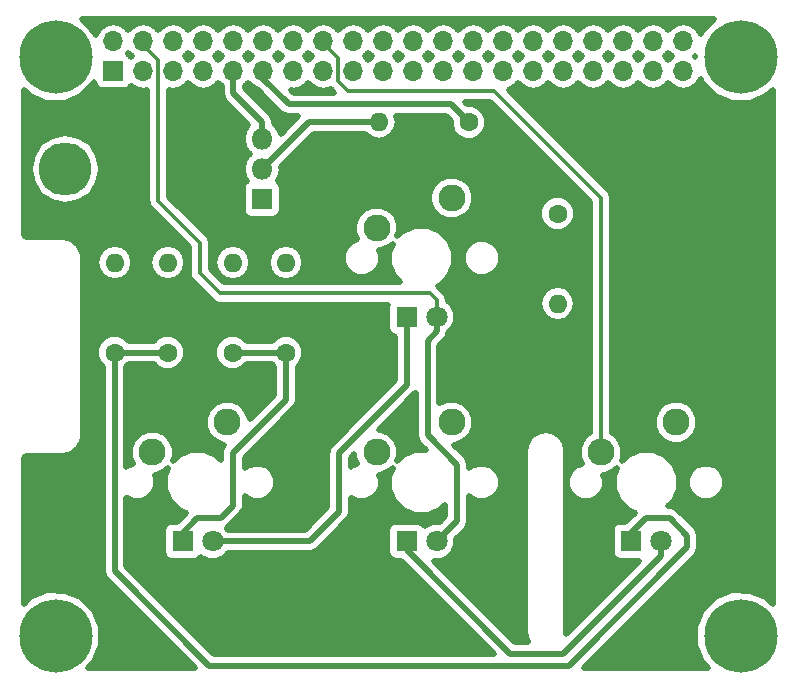
<source format=gbl>
G04 #@! TF.FileFunction,Copper,L2,Bot,Signal*
%FSLAX46Y46*%
G04 Gerber Fmt 4.6, Leading zero omitted, Abs format (unit mm)*
G04 Created by KiCad (PCBNEW 4.0.6) date 07/20/17 19:11:30*
%MOMM*%
%LPD*%
G01*
G04 APERTURE LIST*
%ADD10C,0.100000*%
%ADD11O,4.500000X4.500000*%
%ADD12R,1.800000X1.800000*%
%ADD13O,1.800000X1.800000*%
%ADD14C,6.200000*%
%ADD15C,1.800000*%
%ADD16R,1.700000X1.700000*%
%ADD17O,1.700000X1.700000*%
%ADD18C,2.286000*%
%ADD19C,1.600000*%
%ADD20O,1.600000X1.600000*%
%ADD21C,0.500000*%
%ADD22C,0.375000*%
G04 APERTURE END LIST*
D10*
D11*
X89340000Y-93460000D03*
D12*
X106000000Y-96000000D03*
D13*
X106000000Y-93460000D03*
X106000000Y-90920000D03*
D14*
X88500000Y-133000000D03*
X146500000Y-133000000D03*
X146500000Y-84000000D03*
D12*
X118250000Y-106000000D03*
D15*
X120790000Y-106000000D03*
D12*
X99250000Y-125000000D03*
D15*
X101790000Y-125000000D03*
D12*
X118250000Y-125000000D03*
D15*
X120790000Y-125000000D03*
D12*
X137250000Y-125000000D03*
D15*
X139790000Y-125000000D03*
D16*
X93400000Y-85200000D03*
D17*
X93400000Y-82660000D03*
X95940000Y-85200000D03*
X95940000Y-82660000D03*
X98480000Y-85200000D03*
X98480000Y-82660000D03*
X101020000Y-85200000D03*
X101020000Y-82660000D03*
X103560000Y-85200000D03*
X103560000Y-82660000D03*
X106100000Y-85200000D03*
X106100000Y-82660000D03*
X108640000Y-85200000D03*
X108640000Y-82660000D03*
X111180000Y-85200000D03*
X111180000Y-82660000D03*
X113720000Y-85200000D03*
X113720000Y-82660000D03*
X116260000Y-85200000D03*
X116260000Y-82660000D03*
X118800000Y-85200000D03*
X118800000Y-82660000D03*
X121340000Y-85200000D03*
X121340000Y-82660000D03*
X123880000Y-85200000D03*
X123880000Y-82660000D03*
X126420000Y-85200000D03*
X126420000Y-82660000D03*
X128960000Y-85200000D03*
X128960000Y-82660000D03*
X131500000Y-85200000D03*
X131500000Y-82660000D03*
X134040000Y-85200000D03*
X134040000Y-82660000D03*
X136580000Y-85200000D03*
X136580000Y-82660000D03*
X139120000Y-85200000D03*
X139120000Y-82660000D03*
X141660000Y-85200000D03*
X141660000Y-82660000D03*
D18*
X122040000Y-95920000D03*
X115690000Y-98460000D03*
X103040000Y-114920000D03*
X96690000Y-117460000D03*
X122040000Y-114920000D03*
X115690000Y-117460000D03*
X141040000Y-114920000D03*
X134690000Y-117460000D03*
D14*
X88500000Y-84000000D03*
D19*
X131000000Y-97250000D03*
D20*
X131000000Y-104870000D03*
D19*
X123500000Y-89500000D03*
D20*
X115880000Y-89500000D03*
D19*
X103500000Y-109000000D03*
D20*
X103500000Y-101380000D03*
D19*
X108000000Y-109000000D03*
D20*
X108000000Y-101380000D03*
D19*
X93500000Y-109000000D03*
D20*
X93500000Y-101380000D03*
D19*
X98000000Y-109000000D03*
D20*
X98000000Y-101380000D03*
D21*
X118250000Y-106000000D02*
X118250000Y-111750000D01*
X110000000Y-125000000D02*
X101790000Y-125000000D01*
X112500000Y-122500000D02*
X110000000Y-125000000D01*
X112500000Y-117500000D02*
X112500000Y-122500000D01*
X118250000Y-111750000D02*
X112500000Y-117500000D01*
D22*
X95940000Y-82660000D02*
X95940000Y-82940000D01*
X95940000Y-82940000D02*
X97200000Y-84200000D01*
X120790000Y-104590000D02*
X120790000Y-106000000D01*
X120200000Y-104000000D02*
X120790000Y-104590000D01*
X102400000Y-104000000D02*
X120200000Y-104000000D01*
X100700000Y-102300000D02*
X102400000Y-104000000D01*
X100700000Y-99700000D02*
X100700000Y-102300000D01*
X97200000Y-96200000D02*
X100700000Y-99700000D01*
X97200000Y-84200000D02*
X97200000Y-96200000D01*
D21*
X120790000Y-106000000D02*
X120790000Y-107210000D01*
X122500000Y-123290000D02*
X120790000Y-125000000D01*
X122500000Y-118500000D02*
X122500000Y-123290000D01*
X120000000Y-116000000D02*
X122500000Y-118500000D01*
X120000000Y-108000000D02*
X120000000Y-116000000D01*
X120790000Y-107210000D02*
X120000000Y-108000000D01*
X108000000Y-109000000D02*
X103500000Y-109000000D01*
X99250000Y-125000000D02*
X99250000Y-124250000D01*
X99250000Y-124250000D02*
X100500000Y-123000000D01*
X100500000Y-123000000D02*
X102500000Y-123000000D01*
X102500000Y-123000000D02*
X103500000Y-122000000D01*
X103500000Y-122000000D02*
X103500000Y-117500000D01*
X103500000Y-117500000D02*
X108000000Y-113000000D01*
X108000000Y-113000000D02*
X108000000Y-109000000D01*
X118250000Y-125000000D02*
X118250000Y-125750000D01*
X118250000Y-125750000D02*
X127000000Y-134500000D01*
X127000000Y-134500000D02*
X131500000Y-134500000D01*
X131500000Y-134500000D02*
X139790000Y-126210000D01*
X139790000Y-126210000D02*
X139790000Y-125000000D01*
X93500000Y-109000000D02*
X98000000Y-109000000D01*
X137250000Y-125000000D02*
X137250000Y-124250000D01*
X137250000Y-124250000D02*
X138500000Y-123000000D01*
X138500000Y-123000000D02*
X140500000Y-123000000D01*
X140500000Y-123000000D02*
X142000000Y-124500000D01*
X142000000Y-124500000D02*
X142000000Y-125500000D01*
X142000000Y-125500000D02*
X132000000Y-135500000D01*
X132000000Y-135500000D02*
X101500000Y-135500000D01*
X101500000Y-135500000D02*
X93500000Y-127500000D01*
X93500000Y-127500000D02*
X93500000Y-109000000D01*
X106100000Y-85200000D02*
X106100000Y-85850000D01*
X106100000Y-85850000D02*
X108250000Y-88000000D01*
X122000000Y-88000000D02*
X123500000Y-89500000D01*
X108250000Y-88000000D02*
X122000000Y-88000000D01*
X106100000Y-85200000D02*
X106100000Y-85350000D01*
D22*
X111180000Y-82660000D02*
X111180000Y-82780000D01*
X111180000Y-82780000D02*
X112450000Y-84050000D01*
X112450000Y-84050000D02*
X112450000Y-86050000D01*
X112450000Y-86050000D02*
X113250000Y-86850000D01*
X113250000Y-86850000D02*
X125650000Y-86850000D01*
X125650000Y-86850000D02*
X134690000Y-95890000D01*
X134690000Y-95890000D02*
X134690000Y-117460000D01*
D21*
X115880000Y-89500000D02*
X109960000Y-89500000D01*
X109960000Y-89500000D02*
X106000000Y-93460000D01*
X106000000Y-90920000D02*
X106000000Y-89500000D01*
X103560000Y-87060000D02*
X103560000Y-85200000D01*
X106000000Y-89500000D02*
X103560000Y-87060000D01*
G36*
X143234226Y-86178001D02*
X144316303Y-87261968D01*
X145730828Y-87849330D01*
X147262453Y-87850667D01*
X148678001Y-87265774D01*
X149200000Y-86744685D01*
X149200000Y-130255237D01*
X148683697Y-129738032D01*
X147269172Y-129150670D01*
X145737547Y-129149333D01*
X144321999Y-129734226D01*
X143238032Y-130816303D01*
X142650670Y-132230828D01*
X142649333Y-133762453D01*
X143234226Y-135178001D01*
X143755315Y-135700000D01*
X133214214Y-135700000D01*
X142707107Y-126207107D01*
X142923880Y-125882684D01*
X143000001Y-125500000D01*
X143000000Y-125499995D01*
X143000000Y-124500000D01*
X142923880Y-124117317D01*
X142707107Y-123792893D01*
X141207107Y-122292893D01*
X140882684Y-122076120D01*
X140500000Y-122000000D01*
X140380357Y-122000000D01*
X140824809Y-121556324D01*
X141243422Y-120548190D01*
X141243623Y-120317042D01*
X141978823Y-120317042D01*
X142222032Y-120905652D01*
X142671979Y-121356385D01*
X143260164Y-121600621D01*
X143897042Y-121601177D01*
X144485652Y-121357968D01*
X144936385Y-120908021D01*
X145180621Y-120319836D01*
X145181177Y-119682958D01*
X144937968Y-119094348D01*
X144488021Y-118643615D01*
X143899836Y-118399379D01*
X143262958Y-118398823D01*
X142674348Y-118642032D01*
X142223615Y-119091979D01*
X141979379Y-119680164D01*
X141978823Y-120317042D01*
X141243623Y-120317042D01*
X141244375Y-119456599D01*
X140827521Y-118447736D01*
X140056324Y-117675191D01*
X139048190Y-117256578D01*
X137956599Y-117255625D01*
X136947736Y-117672479D01*
X136441739Y-118177593D01*
X136582671Y-117838193D01*
X136583328Y-117085111D01*
X136295743Y-116389103D01*
X135763698Y-115856129D01*
X135627500Y-115799574D01*
X135627500Y-115294889D01*
X139146672Y-115294889D01*
X139434257Y-115990897D01*
X139966302Y-116523871D01*
X140661807Y-116812671D01*
X141414889Y-116813328D01*
X142110897Y-116525743D01*
X142643871Y-115993698D01*
X142932671Y-115298193D01*
X142933328Y-114545111D01*
X142645743Y-113849103D01*
X142113698Y-113316129D01*
X141418193Y-113027329D01*
X140665111Y-113026672D01*
X139969103Y-113314257D01*
X139436129Y-113846302D01*
X139147329Y-114541807D01*
X139146672Y-115294889D01*
X135627500Y-115294889D01*
X135627500Y-95890005D01*
X135627501Y-95890000D01*
X135556137Y-95531235D01*
X135556137Y-95531234D01*
X135352913Y-95227087D01*
X135352910Y-95227085D01*
X126868049Y-86742223D01*
X127032293Y-86709553D01*
X127551371Y-86362717D01*
X127690000Y-86155244D01*
X127828629Y-86362717D01*
X128347707Y-86709553D01*
X128960000Y-86831346D01*
X129572293Y-86709553D01*
X130091371Y-86362717D01*
X130230000Y-86155244D01*
X130368629Y-86362717D01*
X130887707Y-86709553D01*
X131500000Y-86831346D01*
X132112293Y-86709553D01*
X132631371Y-86362717D01*
X132770000Y-86155244D01*
X132908629Y-86362717D01*
X133427707Y-86709553D01*
X134040000Y-86831346D01*
X134652293Y-86709553D01*
X135171371Y-86362717D01*
X135310000Y-86155244D01*
X135448629Y-86362717D01*
X135967707Y-86709553D01*
X136580000Y-86831346D01*
X137192293Y-86709553D01*
X137711371Y-86362717D01*
X137850000Y-86155244D01*
X137988629Y-86362717D01*
X138507707Y-86709553D01*
X139120000Y-86831346D01*
X139732293Y-86709553D01*
X140251371Y-86362717D01*
X140390000Y-86155244D01*
X140528629Y-86362717D01*
X141047707Y-86709553D01*
X141660000Y-86831346D01*
X142272293Y-86709553D01*
X142791371Y-86362717D01*
X143112171Y-85882605D01*
X143234226Y-86178001D01*
X143234226Y-86178001D01*
G37*
X143234226Y-86178001D02*
X144316303Y-87261968D01*
X145730828Y-87849330D01*
X147262453Y-87850667D01*
X148678001Y-87265774D01*
X149200000Y-86744685D01*
X149200000Y-130255237D01*
X148683697Y-129738032D01*
X147269172Y-129150670D01*
X145737547Y-129149333D01*
X144321999Y-129734226D01*
X143238032Y-130816303D01*
X142650670Y-132230828D01*
X142649333Y-133762453D01*
X143234226Y-135178001D01*
X143755315Y-135700000D01*
X133214214Y-135700000D01*
X142707107Y-126207107D01*
X142923880Y-125882684D01*
X143000001Y-125500000D01*
X143000000Y-125499995D01*
X143000000Y-124500000D01*
X142923880Y-124117317D01*
X142707107Y-123792893D01*
X141207107Y-122292893D01*
X140882684Y-122076120D01*
X140500000Y-122000000D01*
X140380357Y-122000000D01*
X140824809Y-121556324D01*
X141243422Y-120548190D01*
X141243623Y-120317042D01*
X141978823Y-120317042D01*
X142222032Y-120905652D01*
X142671979Y-121356385D01*
X143260164Y-121600621D01*
X143897042Y-121601177D01*
X144485652Y-121357968D01*
X144936385Y-120908021D01*
X145180621Y-120319836D01*
X145181177Y-119682958D01*
X144937968Y-119094348D01*
X144488021Y-118643615D01*
X143899836Y-118399379D01*
X143262958Y-118398823D01*
X142674348Y-118642032D01*
X142223615Y-119091979D01*
X141979379Y-119680164D01*
X141978823Y-120317042D01*
X141243623Y-120317042D01*
X141244375Y-119456599D01*
X140827521Y-118447736D01*
X140056324Y-117675191D01*
X139048190Y-117256578D01*
X137956599Y-117255625D01*
X136947736Y-117672479D01*
X136441739Y-118177593D01*
X136582671Y-117838193D01*
X136583328Y-117085111D01*
X136295743Y-116389103D01*
X135763698Y-115856129D01*
X135627500Y-115799574D01*
X135627500Y-115294889D01*
X139146672Y-115294889D01*
X139434257Y-115990897D01*
X139966302Y-116523871D01*
X140661807Y-116812671D01*
X141414889Y-116813328D01*
X142110897Y-116525743D01*
X142643871Y-115993698D01*
X142932671Y-115298193D01*
X142933328Y-114545111D01*
X142645743Y-113849103D01*
X142113698Y-113316129D01*
X141418193Y-113027329D01*
X140665111Y-113026672D01*
X139969103Y-113314257D01*
X139436129Y-113846302D01*
X139147329Y-114541807D01*
X139146672Y-115294889D01*
X135627500Y-115294889D01*
X135627500Y-95890005D01*
X135627501Y-95890000D01*
X135556137Y-95531235D01*
X135556137Y-95531234D01*
X135352913Y-95227087D01*
X135352910Y-95227085D01*
X126868049Y-86742223D01*
X127032293Y-86709553D01*
X127551371Y-86362717D01*
X127690000Y-86155244D01*
X127828629Y-86362717D01*
X128347707Y-86709553D01*
X128960000Y-86831346D01*
X129572293Y-86709553D01*
X130091371Y-86362717D01*
X130230000Y-86155244D01*
X130368629Y-86362717D01*
X130887707Y-86709553D01*
X131500000Y-86831346D01*
X132112293Y-86709553D01*
X132631371Y-86362717D01*
X132770000Y-86155244D01*
X132908629Y-86362717D01*
X133427707Y-86709553D01*
X134040000Y-86831346D01*
X134652293Y-86709553D01*
X135171371Y-86362717D01*
X135310000Y-86155244D01*
X135448629Y-86362717D01*
X135967707Y-86709553D01*
X136580000Y-86831346D01*
X137192293Y-86709553D01*
X137711371Y-86362717D01*
X137850000Y-86155244D01*
X137988629Y-86362717D01*
X138507707Y-86709553D01*
X139120000Y-86831346D01*
X139732293Y-86709553D01*
X140251371Y-86362717D01*
X140390000Y-86155244D01*
X140528629Y-86362717D01*
X141047707Y-86709553D01*
X141660000Y-86831346D01*
X142272293Y-86709553D01*
X142791371Y-86362717D01*
X143112171Y-85882605D01*
X143234226Y-86178001D01*
G36*
X91837604Y-86327933D02*
X92001862Y-86583198D01*
X92252492Y-86754446D01*
X92550000Y-86814693D01*
X94250000Y-86814693D01*
X94527933Y-86762396D01*
X94783198Y-86598138D01*
X94901606Y-86424842D01*
X95327707Y-86709553D01*
X95940000Y-86831346D01*
X96262500Y-86767197D01*
X96262500Y-96199995D01*
X96262499Y-96200000D01*
X96296484Y-96370849D01*
X96333863Y-96558766D01*
X96339146Y-96566672D01*
X96537087Y-96862913D01*
X99762500Y-100088325D01*
X99762500Y-102299995D01*
X99762499Y-102300000D01*
X99803552Y-102506382D01*
X99833863Y-102658766D01*
X99956549Y-102842379D01*
X100037087Y-102962913D01*
X101737087Y-104662913D01*
X102041234Y-104866137D01*
X102400000Y-104937501D01*
X102400005Y-104937500D01*
X116618214Y-104937500D01*
X116585307Y-105100000D01*
X116585307Y-106900000D01*
X116637604Y-107177933D01*
X116801862Y-107433198D01*
X117052492Y-107604446D01*
X117250000Y-107644442D01*
X117250000Y-111335786D01*
X111792893Y-116792893D01*
X111576120Y-117117316D01*
X111536046Y-117318782D01*
X111500000Y-117500000D01*
X111500000Y-122085786D01*
X109585786Y-124000000D01*
X103123162Y-124000000D01*
X102981358Y-123857948D01*
X103207107Y-123707107D01*
X104207104Y-122707109D01*
X104207107Y-122707107D01*
X104315494Y-122544895D01*
X104423880Y-122382684D01*
X104500001Y-122000000D01*
X104500000Y-121999995D01*
X104500000Y-121184106D01*
X104671979Y-121356385D01*
X105260164Y-121600621D01*
X105897042Y-121601177D01*
X106485652Y-121357968D01*
X106936385Y-120908021D01*
X107180621Y-120319836D01*
X107181177Y-119682958D01*
X106937968Y-119094348D01*
X106488021Y-118643615D01*
X105899836Y-118399379D01*
X105262958Y-118398823D01*
X104674348Y-118642032D01*
X104500000Y-118816076D01*
X104500000Y-117914214D01*
X108707107Y-113707107D01*
X108923880Y-113382684D01*
X109000000Y-113000000D01*
X109000000Y-110191864D01*
X109313260Y-109879151D01*
X109549730Y-109309667D01*
X109550268Y-108693039D01*
X109314792Y-108123143D01*
X108879151Y-107686740D01*
X108309667Y-107450270D01*
X107693039Y-107449732D01*
X107123143Y-107685208D01*
X106807800Y-108000000D01*
X104691864Y-108000000D01*
X104379151Y-107686740D01*
X103809667Y-107450270D01*
X103193039Y-107449732D01*
X102623143Y-107685208D01*
X102186740Y-108120849D01*
X101950270Y-108690333D01*
X101949732Y-109306961D01*
X102185208Y-109876857D01*
X102620849Y-110313260D01*
X103190333Y-110549730D01*
X103806961Y-110550268D01*
X104376857Y-110314792D01*
X104692200Y-110000000D01*
X106808136Y-110000000D01*
X107000000Y-110192200D01*
X107000000Y-112585786D01*
X104933234Y-114652552D01*
X104933328Y-114545111D01*
X104645743Y-113849103D01*
X104113698Y-113316129D01*
X103418193Y-113027329D01*
X102665111Y-113026672D01*
X101969103Y-113314257D01*
X101436129Y-113846302D01*
X101147329Y-114541807D01*
X101146672Y-115294889D01*
X101434257Y-115990897D01*
X101966302Y-116523871D01*
X102661807Y-116812671D01*
X102779609Y-116812774D01*
X102576120Y-117117316D01*
X102536046Y-117318782D01*
X102500000Y-117500000D01*
X102500000Y-118119643D01*
X102056324Y-117675191D01*
X101048190Y-117256578D01*
X99956599Y-117255625D01*
X98947736Y-117672479D01*
X98441739Y-118177593D01*
X98582671Y-117838193D01*
X98583328Y-117085111D01*
X98295743Y-116389103D01*
X97763698Y-115856129D01*
X97068193Y-115567329D01*
X96315111Y-115566672D01*
X95619103Y-115854257D01*
X95086129Y-116386302D01*
X94797329Y-117081807D01*
X94796672Y-117834889D01*
X95040370Y-118424684D01*
X94514348Y-118642032D01*
X94500000Y-118656355D01*
X94500000Y-110191864D01*
X94692200Y-110000000D01*
X96808136Y-110000000D01*
X97120849Y-110313260D01*
X97690333Y-110549730D01*
X98306961Y-110550268D01*
X98876857Y-110314792D01*
X99313260Y-109879151D01*
X99549730Y-109309667D01*
X99550268Y-108693039D01*
X99314792Y-108123143D01*
X98879151Y-107686740D01*
X98309667Y-107450270D01*
X97693039Y-107449732D01*
X97123143Y-107685208D01*
X96807800Y-108000000D01*
X94691864Y-108000000D01*
X94379151Y-107686740D01*
X93809667Y-107450270D01*
X93193039Y-107449732D01*
X92623143Y-107685208D01*
X92186740Y-108120849D01*
X91950270Y-108690333D01*
X91949732Y-109306961D01*
X92185208Y-109876857D01*
X92500000Y-110192200D01*
X92500000Y-127500000D01*
X92576120Y-127882684D01*
X92792893Y-128207107D01*
X100285787Y-135700000D01*
X91244763Y-135700000D01*
X91761968Y-135183697D01*
X92349330Y-133769172D01*
X92350667Y-132237547D01*
X91765774Y-130821999D01*
X90683697Y-129738032D01*
X89269172Y-129150670D01*
X87737547Y-129149333D01*
X86321999Y-129734226D01*
X85800000Y-130255315D01*
X85800000Y-118078791D01*
X85829703Y-117929462D01*
X85869661Y-117869661D01*
X85929462Y-117829703D01*
X86078791Y-117800000D01*
X89000000Y-117800000D01*
X89077281Y-117784628D01*
X89156072Y-117784628D01*
X89538749Y-117708509D01*
X89538755Y-117708509D01*
X89827139Y-117589056D01*
X90151561Y-117372284D01*
X90151564Y-117372283D01*
X90261923Y-117261923D01*
X90372283Y-117151564D01*
X90372284Y-117151561D01*
X90589056Y-116827139D01*
X90708509Y-116538755D01*
X90708509Y-116538750D01*
X90784628Y-116156072D01*
X90784628Y-116077281D01*
X90800000Y-116000000D01*
X90800000Y-101349634D01*
X91950000Y-101349634D01*
X91950000Y-101410366D01*
X92067987Y-102003525D01*
X92403984Y-102506382D01*
X92906841Y-102842379D01*
X93500000Y-102960366D01*
X94093159Y-102842379D01*
X94596016Y-102506382D01*
X94932013Y-102003525D01*
X95050000Y-101410366D01*
X95050000Y-101349634D01*
X96450000Y-101349634D01*
X96450000Y-101410366D01*
X96567987Y-102003525D01*
X96903984Y-102506382D01*
X97406841Y-102842379D01*
X98000000Y-102960366D01*
X98593159Y-102842379D01*
X99096016Y-102506382D01*
X99432013Y-102003525D01*
X99550000Y-101410366D01*
X99550000Y-101349634D01*
X99432013Y-100756475D01*
X99096016Y-100253618D01*
X98593159Y-99917621D01*
X98000000Y-99799634D01*
X97406841Y-99917621D01*
X96903984Y-100253618D01*
X96567987Y-100756475D01*
X96450000Y-101349634D01*
X95050000Y-101349634D01*
X94932013Y-100756475D01*
X94596016Y-100253618D01*
X94093159Y-99917621D01*
X93500000Y-99799634D01*
X92906841Y-99917621D01*
X92403984Y-100253618D01*
X92067987Y-100756475D01*
X91950000Y-101349634D01*
X90800000Y-101349634D01*
X90800000Y-101000000D01*
X90784628Y-100922719D01*
X90784628Y-100843928D01*
X90708509Y-100461250D01*
X90708509Y-100461245D01*
X90589056Y-100172861D01*
X90372283Y-99848437D01*
X90372283Y-99848436D01*
X90261923Y-99738077D01*
X90151564Y-99627717D01*
X90151561Y-99627716D01*
X89827139Y-99410944D01*
X89538755Y-99291491D01*
X89538749Y-99291491D01*
X89156072Y-99215372D01*
X89077281Y-99215372D01*
X89000000Y-99200000D01*
X86078791Y-99200000D01*
X85929462Y-99170297D01*
X85869661Y-99130339D01*
X85829703Y-99070538D01*
X85800000Y-98921209D01*
X85800000Y-93401227D01*
X86340000Y-93401227D01*
X86340000Y-93518773D01*
X86568361Y-94666823D01*
X87218680Y-95640093D01*
X88191950Y-96290412D01*
X89340000Y-96518773D01*
X90488050Y-96290412D01*
X91461320Y-95640093D01*
X92111639Y-94666823D01*
X92340000Y-93518773D01*
X92340000Y-93401227D01*
X92111639Y-92253177D01*
X91461320Y-91279907D01*
X90488050Y-90629588D01*
X89340000Y-90401227D01*
X88191950Y-90629588D01*
X87218680Y-91279907D01*
X86568361Y-92253177D01*
X86340000Y-93401227D01*
X85800000Y-93401227D01*
X85800000Y-86744763D01*
X86316303Y-87261968D01*
X87730828Y-87849330D01*
X89262453Y-87850667D01*
X90678001Y-87265774D01*
X91761968Y-86183697D01*
X91795341Y-86103326D01*
X91837604Y-86327933D01*
X91837604Y-86327933D01*
G37*
X91837604Y-86327933D02*
X92001862Y-86583198D01*
X92252492Y-86754446D01*
X92550000Y-86814693D01*
X94250000Y-86814693D01*
X94527933Y-86762396D01*
X94783198Y-86598138D01*
X94901606Y-86424842D01*
X95327707Y-86709553D01*
X95940000Y-86831346D01*
X96262500Y-86767197D01*
X96262500Y-96199995D01*
X96262499Y-96200000D01*
X96296484Y-96370849D01*
X96333863Y-96558766D01*
X96339146Y-96566672D01*
X96537087Y-96862913D01*
X99762500Y-100088325D01*
X99762500Y-102299995D01*
X99762499Y-102300000D01*
X99803552Y-102506382D01*
X99833863Y-102658766D01*
X99956549Y-102842379D01*
X100037087Y-102962913D01*
X101737087Y-104662913D01*
X102041234Y-104866137D01*
X102400000Y-104937501D01*
X102400005Y-104937500D01*
X116618214Y-104937500D01*
X116585307Y-105100000D01*
X116585307Y-106900000D01*
X116637604Y-107177933D01*
X116801862Y-107433198D01*
X117052492Y-107604446D01*
X117250000Y-107644442D01*
X117250000Y-111335786D01*
X111792893Y-116792893D01*
X111576120Y-117117316D01*
X111536046Y-117318782D01*
X111500000Y-117500000D01*
X111500000Y-122085786D01*
X109585786Y-124000000D01*
X103123162Y-124000000D01*
X102981358Y-123857948D01*
X103207107Y-123707107D01*
X104207104Y-122707109D01*
X104207107Y-122707107D01*
X104315494Y-122544895D01*
X104423880Y-122382684D01*
X104500001Y-122000000D01*
X104500000Y-121999995D01*
X104500000Y-121184106D01*
X104671979Y-121356385D01*
X105260164Y-121600621D01*
X105897042Y-121601177D01*
X106485652Y-121357968D01*
X106936385Y-120908021D01*
X107180621Y-120319836D01*
X107181177Y-119682958D01*
X106937968Y-119094348D01*
X106488021Y-118643615D01*
X105899836Y-118399379D01*
X105262958Y-118398823D01*
X104674348Y-118642032D01*
X104500000Y-118816076D01*
X104500000Y-117914214D01*
X108707107Y-113707107D01*
X108923880Y-113382684D01*
X109000000Y-113000000D01*
X109000000Y-110191864D01*
X109313260Y-109879151D01*
X109549730Y-109309667D01*
X109550268Y-108693039D01*
X109314792Y-108123143D01*
X108879151Y-107686740D01*
X108309667Y-107450270D01*
X107693039Y-107449732D01*
X107123143Y-107685208D01*
X106807800Y-108000000D01*
X104691864Y-108000000D01*
X104379151Y-107686740D01*
X103809667Y-107450270D01*
X103193039Y-107449732D01*
X102623143Y-107685208D01*
X102186740Y-108120849D01*
X101950270Y-108690333D01*
X101949732Y-109306961D01*
X102185208Y-109876857D01*
X102620849Y-110313260D01*
X103190333Y-110549730D01*
X103806961Y-110550268D01*
X104376857Y-110314792D01*
X104692200Y-110000000D01*
X106808136Y-110000000D01*
X107000000Y-110192200D01*
X107000000Y-112585786D01*
X104933234Y-114652552D01*
X104933328Y-114545111D01*
X104645743Y-113849103D01*
X104113698Y-113316129D01*
X103418193Y-113027329D01*
X102665111Y-113026672D01*
X101969103Y-113314257D01*
X101436129Y-113846302D01*
X101147329Y-114541807D01*
X101146672Y-115294889D01*
X101434257Y-115990897D01*
X101966302Y-116523871D01*
X102661807Y-116812671D01*
X102779609Y-116812774D01*
X102576120Y-117117316D01*
X102536046Y-117318782D01*
X102500000Y-117500000D01*
X102500000Y-118119643D01*
X102056324Y-117675191D01*
X101048190Y-117256578D01*
X99956599Y-117255625D01*
X98947736Y-117672479D01*
X98441739Y-118177593D01*
X98582671Y-117838193D01*
X98583328Y-117085111D01*
X98295743Y-116389103D01*
X97763698Y-115856129D01*
X97068193Y-115567329D01*
X96315111Y-115566672D01*
X95619103Y-115854257D01*
X95086129Y-116386302D01*
X94797329Y-117081807D01*
X94796672Y-117834889D01*
X95040370Y-118424684D01*
X94514348Y-118642032D01*
X94500000Y-118656355D01*
X94500000Y-110191864D01*
X94692200Y-110000000D01*
X96808136Y-110000000D01*
X97120849Y-110313260D01*
X97690333Y-110549730D01*
X98306961Y-110550268D01*
X98876857Y-110314792D01*
X99313260Y-109879151D01*
X99549730Y-109309667D01*
X99550268Y-108693039D01*
X99314792Y-108123143D01*
X98879151Y-107686740D01*
X98309667Y-107450270D01*
X97693039Y-107449732D01*
X97123143Y-107685208D01*
X96807800Y-108000000D01*
X94691864Y-108000000D01*
X94379151Y-107686740D01*
X93809667Y-107450270D01*
X93193039Y-107449732D01*
X92623143Y-107685208D01*
X92186740Y-108120849D01*
X91950270Y-108690333D01*
X91949732Y-109306961D01*
X92185208Y-109876857D01*
X92500000Y-110192200D01*
X92500000Y-127500000D01*
X92576120Y-127882684D01*
X92792893Y-128207107D01*
X100285787Y-135700000D01*
X91244763Y-135700000D01*
X91761968Y-135183697D01*
X92349330Y-133769172D01*
X92350667Y-132237547D01*
X91765774Y-130821999D01*
X90683697Y-129738032D01*
X89269172Y-129150670D01*
X87737547Y-129149333D01*
X86321999Y-129734226D01*
X85800000Y-130255315D01*
X85800000Y-118078791D01*
X85829703Y-117929462D01*
X85869661Y-117869661D01*
X85929462Y-117829703D01*
X86078791Y-117800000D01*
X89000000Y-117800000D01*
X89077281Y-117784628D01*
X89156072Y-117784628D01*
X89538749Y-117708509D01*
X89538755Y-117708509D01*
X89827139Y-117589056D01*
X90151561Y-117372284D01*
X90151564Y-117372283D01*
X90261923Y-117261923D01*
X90372283Y-117151564D01*
X90372284Y-117151561D01*
X90589056Y-116827139D01*
X90708509Y-116538755D01*
X90708509Y-116538750D01*
X90784628Y-116156072D01*
X90784628Y-116077281D01*
X90800000Y-116000000D01*
X90800000Y-101349634D01*
X91950000Y-101349634D01*
X91950000Y-101410366D01*
X92067987Y-102003525D01*
X92403984Y-102506382D01*
X92906841Y-102842379D01*
X93500000Y-102960366D01*
X94093159Y-102842379D01*
X94596016Y-102506382D01*
X94932013Y-102003525D01*
X95050000Y-101410366D01*
X95050000Y-101349634D01*
X96450000Y-101349634D01*
X96450000Y-101410366D01*
X96567987Y-102003525D01*
X96903984Y-102506382D01*
X97406841Y-102842379D01*
X98000000Y-102960366D01*
X98593159Y-102842379D01*
X99096016Y-102506382D01*
X99432013Y-102003525D01*
X99550000Y-101410366D01*
X99550000Y-101349634D01*
X99432013Y-100756475D01*
X99096016Y-100253618D01*
X98593159Y-99917621D01*
X98000000Y-99799634D01*
X97406841Y-99917621D01*
X96903984Y-100253618D01*
X96567987Y-100756475D01*
X96450000Y-101349634D01*
X95050000Y-101349634D01*
X94932013Y-100756475D01*
X94596016Y-100253618D01*
X94093159Y-99917621D01*
X93500000Y-99799634D01*
X92906841Y-99917621D01*
X92403984Y-100253618D01*
X92067987Y-100756475D01*
X91950000Y-101349634D01*
X90800000Y-101349634D01*
X90800000Y-101000000D01*
X90784628Y-100922719D01*
X90784628Y-100843928D01*
X90708509Y-100461250D01*
X90708509Y-100461245D01*
X90589056Y-100172861D01*
X90372283Y-99848437D01*
X90372283Y-99848436D01*
X90261923Y-99738077D01*
X90151564Y-99627717D01*
X90151561Y-99627716D01*
X89827139Y-99410944D01*
X89538755Y-99291491D01*
X89538749Y-99291491D01*
X89156072Y-99215372D01*
X89077281Y-99215372D01*
X89000000Y-99200000D01*
X86078791Y-99200000D01*
X85929462Y-99170297D01*
X85869661Y-99130339D01*
X85829703Y-99070538D01*
X85800000Y-98921209D01*
X85800000Y-93401227D01*
X86340000Y-93401227D01*
X86340000Y-93518773D01*
X86568361Y-94666823D01*
X87218680Y-95640093D01*
X88191950Y-96290412D01*
X89340000Y-96518773D01*
X90488050Y-96290412D01*
X91461320Y-95640093D01*
X92111639Y-94666823D01*
X92340000Y-93518773D01*
X92340000Y-93401227D01*
X92111639Y-92253177D01*
X91461320Y-91279907D01*
X90488050Y-90629588D01*
X89340000Y-90401227D01*
X88191950Y-90629588D01*
X87218680Y-91279907D01*
X86568361Y-92253177D01*
X86340000Y-93401227D01*
X85800000Y-93401227D01*
X85800000Y-86744763D01*
X86316303Y-87261968D01*
X87730828Y-87849330D01*
X89262453Y-87850667D01*
X90678001Y-87265774D01*
X91761968Y-86183697D01*
X91795341Y-86103326D01*
X91837604Y-86327933D01*
G36*
X116756578Y-119451810D02*
X116755625Y-120543401D01*
X117172479Y-121552264D01*
X117943676Y-122324809D01*
X118951810Y-122743422D01*
X120043401Y-122744375D01*
X121052264Y-122327521D01*
X121500000Y-121880566D01*
X121500000Y-122875786D01*
X121025581Y-123350205D01*
X120463235Y-123349715D01*
X119856571Y-123600383D01*
X119773261Y-123683547D01*
X119698138Y-123566802D01*
X119447508Y-123395554D01*
X119150000Y-123335307D01*
X117350000Y-123335307D01*
X117072067Y-123387604D01*
X116816802Y-123551862D01*
X116645554Y-123802492D01*
X116585307Y-124100000D01*
X116585307Y-125900000D01*
X116637604Y-126177933D01*
X116801862Y-126433198D01*
X117052492Y-126604446D01*
X117350000Y-126664693D01*
X117750479Y-126664693D01*
X125585786Y-134500000D01*
X101914213Y-134500000D01*
X94500000Y-127085786D01*
X94500000Y-121344385D01*
X94511979Y-121356385D01*
X95100164Y-121600621D01*
X95737042Y-121601177D01*
X96325652Y-121357968D01*
X96776385Y-120908021D01*
X97020621Y-120319836D01*
X97021177Y-119682958D01*
X96884912Y-119353171D01*
X97064889Y-119353328D01*
X97760897Y-119065743D01*
X98027324Y-118799781D01*
X97756578Y-119451810D01*
X97755625Y-120543401D01*
X98172479Y-121552264D01*
X98943676Y-122324809D01*
X99521178Y-122564608D01*
X98750479Y-123335307D01*
X98350000Y-123335307D01*
X98072067Y-123387604D01*
X97816802Y-123551862D01*
X97645554Y-123802492D01*
X97585307Y-124100000D01*
X97585307Y-125900000D01*
X97637604Y-126177933D01*
X97801862Y-126433198D01*
X98052492Y-126604446D01*
X98350000Y-126664693D01*
X100150000Y-126664693D01*
X100427933Y-126612396D01*
X100683198Y-126448138D01*
X100772998Y-126316712D01*
X100854130Y-126397986D01*
X101460355Y-126649713D01*
X102116765Y-126650285D01*
X102723429Y-126399617D01*
X103123744Y-126000000D01*
X110000000Y-126000000D01*
X110382684Y-125923880D01*
X110707107Y-125707107D01*
X113207107Y-123207107D01*
X113423880Y-122882684D01*
X113500000Y-122500000D01*
X113500000Y-121344385D01*
X113511979Y-121356385D01*
X114100164Y-121600621D01*
X114737042Y-121601177D01*
X115325652Y-121357968D01*
X115776385Y-120908021D01*
X116020621Y-120319836D01*
X116021177Y-119682958D01*
X115884912Y-119353171D01*
X116064889Y-119353328D01*
X116760897Y-119065743D01*
X117027324Y-118799781D01*
X116756578Y-119451810D01*
X116756578Y-119451810D01*
G37*
X116756578Y-119451810D02*
X116755625Y-120543401D01*
X117172479Y-121552264D01*
X117943676Y-122324809D01*
X118951810Y-122743422D01*
X120043401Y-122744375D01*
X121052264Y-122327521D01*
X121500000Y-121880566D01*
X121500000Y-122875786D01*
X121025581Y-123350205D01*
X120463235Y-123349715D01*
X119856571Y-123600383D01*
X119773261Y-123683547D01*
X119698138Y-123566802D01*
X119447508Y-123395554D01*
X119150000Y-123335307D01*
X117350000Y-123335307D01*
X117072067Y-123387604D01*
X116816802Y-123551862D01*
X116645554Y-123802492D01*
X116585307Y-124100000D01*
X116585307Y-125900000D01*
X116637604Y-126177933D01*
X116801862Y-126433198D01*
X117052492Y-126604446D01*
X117350000Y-126664693D01*
X117750479Y-126664693D01*
X125585786Y-134500000D01*
X101914213Y-134500000D01*
X94500000Y-127085786D01*
X94500000Y-121344385D01*
X94511979Y-121356385D01*
X95100164Y-121600621D01*
X95737042Y-121601177D01*
X96325652Y-121357968D01*
X96776385Y-120908021D01*
X97020621Y-120319836D01*
X97021177Y-119682958D01*
X96884912Y-119353171D01*
X97064889Y-119353328D01*
X97760897Y-119065743D01*
X98027324Y-118799781D01*
X97756578Y-119451810D01*
X97755625Y-120543401D01*
X98172479Y-121552264D01*
X98943676Y-122324809D01*
X99521178Y-122564608D01*
X98750479Y-123335307D01*
X98350000Y-123335307D01*
X98072067Y-123387604D01*
X97816802Y-123551862D01*
X97645554Y-123802492D01*
X97585307Y-124100000D01*
X97585307Y-125900000D01*
X97637604Y-126177933D01*
X97801862Y-126433198D01*
X98052492Y-126604446D01*
X98350000Y-126664693D01*
X100150000Y-126664693D01*
X100427933Y-126612396D01*
X100683198Y-126448138D01*
X100772998Y-126316712D01*
X100854130Y-126397986D01*
X101460355Y-126649713D01*
X102116765Y-126650285D01*
X102723429Y-126399617D01*
X103123744Y-126000000D01*
X110000000Y-126000000D01*
X110382684Y-125923880D01*
X110707107Y-125707107D01*
X113207107Y-123207107D01*
X113423880Y-122882684D01*
X113500000Y-122500000D01*
X113500000Y-121344385D01*
X113511979Y-121356385D01*
X114100164Y-121600621D01*
X114737042Y-121601177D01*
X115325652Y-121357968D01*
X115776385Y-120908021D01*
X116020621Y-120319836D01*
X116021177Y-119682958D01*
X115884912Y-119353171D01*
X116064889Y-119353328D01*
X116760897Y-119065743D01*
X117027324Y-118799781D01*
X116756578Y-119451810D01*
G36*
X102428629Y-86362717D02*
X102560000Y-86450496D01*
X102560000Y-87060000D01*
X102636120Y-87442684D01*
X102852893Y-87767107D01*
X104822644Y-89736858D01*
X104475599Y-90256247D01*
X104350000Y-90887675D01*
X104350000Y-90952325D01*
X104475599Y-91583753D01*
X104833274Y-92119051D01*
X104939457Y-92190000D01*
X104833274Y-92260949D01*
X104475599Y-92796247D01*
X104350000Y-93427675D01*
X104350000Y-93492325D01*
X104475599Y-94123753D01*
X104703065Y-94464179D01*
X104566802Y-94551862D01*
X104395554Y-94802492D01*
X104335307Y-95100000D01*
X104335307Y-96900000D01*
X104387604Y-97177933D01*
X104551862Y-97433198D01*
X104802492Y-97604446D01*
X105100000Y-97664693D01*
X106900000Y-97664693D01*
X107177933Y-97612396D01*
X107433198Y-97448138D01*
X107604446Y-97197508D01*
X107664693Y-96900000D01*
X107664693Y-96294889D01*
X120146672Y-96294889D01*
X120434257Y-96990897D01*
X120966302Y-97523871D01*
X121661807Y-97812671D01*
X122414889Y-97813328D01*
X123035343Y-97556961D01*
X129449732Y-97556961D01*
X129685208Y-98126857D01*
X130120849Y-98563260D01*
X130690333Y-98799730D01*
X131306961Y-98800268D01*
X131876857Y-98564792D01*
X132313260Y-98129151D01*
X132549730Y-97559667D01*
X132550268Y-96943039D01*
X132314792Y-96373143D01*
X131879151Y-95936740D01*
X131309667Y-95700270D01*
X130693039Y-95699732D01*
X130123143Y-95935208D01*
X129686740Y-96370849D01*
X129450270Y-96940333D01*
X129449732Y-97556961D01*
X123035343Y-97556961D01*
X123110897Y-97525743D01*
X123643871Y-96993698D01*
X123932671Y-96298193D01*
X123933328Y-95545111D01*
X123645743Y-94849103D01*
X123113698Y-94316129D01*
X122418193Y-94027329D01*
X121665111Y-94026672D01*
X120969103Y-94314257D01*
X120436129Y-94846302D01*
X120147329Y-95541807D01*
X120146672Y-96294889D01*
X107664693Y-96294889D01*
X107664693Y-95100000D01*
X107612396Y-94822067D01*
X107448138Y-94566802D01*
X107297252Y-94463706D01*
X107524401Y-94123753D01*
X107650000Y-93492325D01*
X107650000Y-93427675D01*
X107616244Y-93257970D01*
X110374214Y-90500000D01*
X114689462Y-90500000D01*
X114753618Y-90596016D01*
X115256475Y-90932013D01*
X115849634Y-91050000D01*
X115910366Y-91050000D01*
X116503525Y-90932013D01*
X117006382Y-90596016D01*
X117342379Y-90093159D01*
X117460366Y-89500000D01*
X117360910Y-89000000D01*
X121585786Y-89000000D01*
X121950118Y-89364332D01*
X121949732Y-89806961D01*
X122185208Y-90376857D01*
X122620849Y-90813260D01*
X123190333Y-91049730D01*
X123806961Y-91050268D01*
X124376857Y-90814792D01*
X124813260Y-90379151D01*
X125049730Y-89809667D01*
X125050268Y-89193039D01*
X124814792Y-88623143D01*
X124379151Y-88186740D01*
X123809667Y-87950270D01*
X123364095Y-87949881D01*
X123201714Y-87787500D01*
X125261674Y-87787500D01*
X133752500Y-96278325D01*
X133752500Y-115799138D01*
X133619103Y-115854257D01*
X133086129Y-116386302D01*
X132797329Y-117081807D01*
X132796672Y-117834889D01*
X133040370Y-118424684D01*
X132514348Y-118642032D01*
X132063615Y-119091979D01*
X131819379Y-119680164D01*
X131818823Y-120317042D01*
X132062032Y-120905652D01*
X132511979Y-121356385D01*
X133100164Y-121600621D01*
X133737042Y-121601177D01*
X134325652Y-121357968D01*
X134776385Y-120908021D01*
X135020621Y-120319836D01*
X135021177Y-119682958D01*
X134884912Y-119353171D01*
X135064889Y-119353328D01*
X135760897Y-119065743D01*
X136027324Y-118799781D01*
X135756578Y-119451810D01*
X135755625Y-120543401D01*
X136172479Y-121552264D01*
X136943676Y-122324809D01*
X137521178Y-122564608D01*
X136750479Y-123335307D01*
X136350000Y-123335307D01*
X136072067Y-123387604D01*
X135816802Y-123551862D01*
X135645554Y-123802492D01*
X135585307Y-124100000D01*
X135585307Y-125900000D01*
X135637604Y-126177933D01*
X135801862Y-126433198D01*
X136052492Y-126604446D01*
X136350000Y-126664693D01*
X137921094Y-126664693D01*
X131711620Y-132874166D01*
X131750000Y-132681218D01*
X131750000Y-117318782D01*
X131616789Y-116649086D01*
X131237437Y-116081345D01*
X130669696Y-115701993D01*
X130000000Y-115568782D01*
X129330304Y-115701993D01*
X128762563Y-116081345D01*
X128383211Y-116649086D01*
X128250000Y-117318782D01*
X128250000Y-132681218D01*
X128383211Y-133350914D01*
X128482827Y-133500000D01*
X127414214Y-133500000D01*
X120564017Y-126649803D01*
X121116765Y-126650285D01*
X121723429Y-126399617D01*
X122187986Y-125935870D01*
X122439713Y-125329645D01*
X122440206Y-124764008D01*
X123207107Y-123997107D01*
X123343558Y-123792893D01*
X123423880Y-123672683D01*
X123500000Y-123290000D01*
X123500000Y-121184106D01*
X123671979Y-121356385D01*
X124260164Y-121600621D01*
X124897042Y-121601177D01*
X125485652Y-121357968D01*
X125936385Y-120908021D01*
X126180621Y-120319836D01*
X126181177Y-119682958D01*
X125937968Y-119094348D01*
X125488021Y-118643615D01*
X124899836Y-118399379D01*
X124262958Y-118398823D01*
X123674348Y-118642032D01*
X123500000Y-118816076D01*
X123500000Y-118500000D01*
X123423880Y-118117317D01*
X123423880Y-118117316D01*
X123207107Y-117792893D01*
X122227378Y-116813164D01*
X122414889Y-116813328D01*
X123110897Y-116525743D01*
X123643871Y-115993698D01*
X123932671Y-115298193D01*
X123933328Y-114545111D01*
X123645743Y-113849103D01*
X123113698Y-113316129D01*
X122418193Y-113027329D01*
X121665111Y-113026672D01*
X121000000Y-113301491D01*
X121000000Y-108414214D01*
X121497107Y-107917107D01*
X121713880Y-107592684D01*
X121759433Y-107363676D01*
X122187986Y-106935870D01*
X122439713Y-106329645D01*
X122440285Y-105673235D01*
X122189617Y-105066571D01*
X121963076Y-104839634D01*
X129450000Y-104839634D01*
X129450000Y-104900366D01*
X129567987Y-105493525D01*
X129903984Y-105996382D01*
X130406841Y-106332379D01*
X131000000Y-106450366D01*
X131593159Y-106332379D01*
X132096016Y-105996382D01*
X132432013Y-105493525D01*
X132550000Y-104900366D01*
X132550000Y-104839634D01*
X132432013Y-104246475D01*
X132096016Y-103743618D01*
X131593159Y-103407621D01*
X131000000Y-103289634D01*
X130406841Y-103407621D01*
X129903984Y-103743618D01*
X129567987Y-104246475D01*
X129450000Y-104839634D01*
X121963076Y-104839634D01*
X121727500Y-104603647D01*
X121727500Y-104590005D01*
X121727501Y-104590000D01*
X121667977Y-104290758D01*
X121656137Y-104231234D01*
X121452913Y-103927087D01*
X120911507Y-103385681D01*
X121052264Y-103327521D01*
X121824809Y-102556324D01*
X122243422Y-101548190D01*
X122243623Y-101317042D01*
X122978823Y-101317042D01*
X123222032Y-101905652D01*
X123671979Y-102356385D01*
X124260164Y-102600621D01*
X124897042Y-102601177D01*
X125485652Y-102357968D01*
X125936385Y-101908021D01*
X126180621Y-101319836D01*
X126181177Y-100682958D01*
X125937968Y-100094348D01*
X125488021Y-99643615D01*
X124899836Y-99399379D01*
X124262958Y-99398823D01*
X123674348Y-99642032D01*
X123223615Y-100091979D01*
X122979379Y-100680164D01*
X122978823Y-101317042D01*
X122243623Y-101317042D01*
X122244375Y-100456599D01*
X121827521Y-99447736D01*
X121056324Y-98675191D01*
X120048190Y-98256578D01*
X118956599Y-98255625D01*
X117947736Y-98672479D01*
X117441739Y-99177593D01*
X117582671Y-98838193D01*
X117583328Y-98085111D01*
X117295743Y-97389103D01*
X116763698Y-96856129D01*
X116068193Y-96567329D01*
X115315111Y-96566672D01*
X114619103Y-96854257D01*
X114086129Y-97386302D01*
X113797329Y-98081807D01*
X113796672Y-98834889D01*
X114040370Y-99424684D01*
X113514348Y-99642032D01*
X113063615Y-100091979D01*
X112819379Y-100680164D01*
X112818823Y-101317042D01*
X113062032Y-101905652D01*
X113511979Y-102356385D01*
X114100164Y-102600621D01*
X114737042Y-102601177D01*
X115325652Y-102357968D01*
X115776385Y-101908021D01*
X116020621Y-101319836D01*
X116021177Y-100682958D01*
X115884912Y-100353171D01*
X116064889Y-100353328D01*
X116760897Y-100065743D01*
X117027324Y-99799781D01*
X116756578Y-100451810D01*
X116755625Y-101543401D01*
X117172479Y-102552264D01*
X117681825Y-103062500D01*
X102788326Y-103062500D01*
X101637500Y-101911674D01*
X101637500Y-101349634D01*
X101950000Y-101349634D01*
X101950000Y-101410366D01*
X102067987Y-102003525D01*
X102403984Y-102506382D01*
X102906841Y-102842379D01*
X103500000Y-102960366D01*
X104093159Y-102842379D01*
X104596016Y-102506382D01*
X104932013Y-102003525D01*
X105050000Y-101410366D01*
X105050000Y-101349634D01*
X106450000Y-101349634D01*
X106450000Y-101410366D01*
X106567987Y-102003525D01*
X106903984Y-102506382D01*
X107406841Y-102842379D01*
X108000000Y-102960366D01*
X108593159Y-102842379D01*
X109096016Y-102506382D01*
X109432013Y-102003525D01*
X109550000Y-101410366D01*
X109550000Y-101349634D01*
X109432013Y-100756475D01*
X109096016Y-100253618D01*
X108593159Y-99917621D01*
X108000000Y-99799634D01*
X107406841Y-99917621D01*
X106903984Y-100253618D01*
X106567987Y-100756475D01*
X106450000Y-101349634D01*
X105050000Y-101349634D01*
X104932013Y-100756475D01*
X104596016Y-100253618D01*
X104093159Y-99917621D01*
X103500000Y-99799634D01*
X102906841Y-99917621D01*
X102403984Y-100253618D01*
X102067987Y-100756475D01*
X101950000Y-101349634D01*
X101637500Y-101349634D01*
X101637500Y-99700000D01*
X101566137Y-99341234D01*
X101362913Y-99037087D01*
X101362910Y-99037085D01*
X98137500Y-95811674D01*
X98137500Y-86763218D01*
X98480000Y-86831346D01*
X99092293Y-86709553D01*
X99611371Y-86362717D01*
X99750000Y-86155244D01*
X99888629Y-86362717D01*
X100407707Y-86709553D01*
X101020000Y-86831346D01*
X101632293Y-86709553D01*
X102151371Y-86362717D01*
X102290000Y-86155244D01*
X102428629Y-86362717D01*
X102428629Y-86362717D01*
G37*
X102428629Y-86362717D02*
X102560000Y-86450496D01*
X102560000Y-87060000D01*
X102636120Y-87442684D01*
X102852893Y-87767107D01*
X104822644Y-89736858D01*
X104475599Y-90256247D01*
X104350000Y-90887675D01*
X104350000Y-90952325D01*
X104475599Y-91583753D01*
X104833274Y-92119051D01*
X104939457Y-92190000D01*
X104833274Y-92260949D01*
X104475599Y-92796247D01*
X104350000Y-93427675D01*
X104350000Y-93492325D01*
X104475599Y-94123753D01*
X104703065Y-94464179D01*
X104566802Y-94551862D01*
X104395554Y-94802492D01*
X104335307Y-95100000D01*
X104335307Y-96900000D01*
X104387604Y-97177933D01*
X104551862Y-97433198D01*
X104802492Y-97604446D01*
X105100000Y-97664693D01*
X106900000Y-97664693D01*
X107177933Y-97612396D01*
X107433198Y-97448138D01*
X107604446Y-97197508D01*
X107664693Y-96900000D01*
X107664693Y-96294889D01*
X120146672Y-96294889D01*
X120434257Y-96990897D01*
X120966302Y-97523871D01*
X121661807Y-97812671D01*
X122414889Y-97813328D01*
X123035343Y-97556961D01*
X129449732Y-97556961D01*
X129685208Y-98126857D01*
X130120849Y-98563260D01*
X130690333Y-98799730D01*
X131306961Y-98800268D01*
X131876857Y-98564792D01*
X132313260Y-98129151D01*
X132549730Y-97559667D01*
X132550268Y-96943039D01*
X132314792Y-96373143D01*
X131879151Y-95936740D01*
X131309667Y-95700270D01*
X130693039Y-95699732D01*
X130123143Y-95935208D01*
X129686740Y-96370849D01*
X129450270Y-96940333D01*
X129449732Y-97556961D01*
X123035343Y-97556961D01*
X123110897Y-97525743D01*
X123643871Y-96993698D01*
X123932671Y-96298193D01*
X123933328Y-95545111D01*
X123645743Y-94849103D01*
X123113698Y-94316129D01*
X122418193Y-94027329D01*
X121665111Y-94026672D01*
X120969103Y-94314257D01*
X120436129Y-94846302D01*
X120147329Y-95541807D01*
X120146672Y-96294889D01*
X107664693Y-96294889D01*
X107664693Y-95100000D01*
X107612396Y-94822067D01*
X107448138Y-94566802D01*
X107297252Y-94463706D01*
X107524401Y-94123753D01*
X107650000Y-93492325D01*
X107650000Y-93427675D01*
X107616244Y-93257970D01*
X110374214Y-90500000D01*
X114689462Y-90500000D01*
X114753618Y-90596016D01*
X115256475Y-90932013D01*
X115849634Y-91050000D01*
X115910366Y-91050000D01*
X116503525Y-90932013D01*
X117006382Y-90596016D01*
X117342379Y-90093159D01*
X117460366Y-89500000D01*
X117360910Y-89000000D01*
X121585786Y-89000000D01*
X121950118Y-89364332D01*
X121949732Y-89806961D01*
X122185208Y-90376857D01*
X122620849Y-90813260D01*
X123190333Y-91049730D01*
X123806961Y-91050268D01*
X124376857Y-90814792D01*
X124813260Y-90379151D01*
X125049730Y-89809667D01*
X125050268Y-89193039D01*
X124814792Y-88623143D01*
X124379151Y-88186740D01*
X123809667Y-87950270D01*
X123364095Y-87949881D01*
X123201714Y-87787500D01*
X125261674Y-87787500D01*
X133752500Y-96278325D01*
X133752500Y-115799138D01*
X133619103Y-115854257D01*
X133086129Y-116386302D01*
X132797329Y-117081807D01*
X132796672Y-117834889D01*
X133040370Y-118424684D01*
X132514348Y-118642032D01*
X132063615Y-119091979D01*
X131819379Y-119680164D01*
X131818823Y-120317042D01*
X132062032Y-120905652D01*
X132511979Y-121356385D01*
X133100164Y-121600621D01*
X133737042Y-121601177D01*
X134325652Y-121357968D01*
X134776385Y-120908021D01*
X135020621Y-120319836D01*
X135021177Y-119682958D01*
X134884912Y-119353171D01*
X135064889Y-119353328D01*
X135760897Y-119065743D01*
X136027324Y-118799781D01*
X135756578Y-119451810D01*
X135755625Y-120543401D01*
X136172479Y-121552264D01*
X136943676Y-122324809D01*
X137521178Y-122564608D01*
X136750479Y-123335307D01*
X136350000Y-123335307D01*
X136072067Y-123387604D01*
X135816802Y-123551862D01*
X135645554Y-123802492D01*
X135585307Y-124100000D01*
X135585307Y-125900000D01*
X135637604Y-126177933D01*
X135801862Y-126433198D01*
X136052492Y-126604446D01*
X136350000Y-126664693D01*
X137921094Y-126664693D01*
X131711620Y-132874166D01*
X131750000Y-132681218D01*
X131750000Y-117318782D01*
X131616789Y-116649086D01*
X131237437Y-116081345D01*
X130669696Y-115701993D01*
X130000000Y-115568782D01*
X129330304Y-115701993D01*
X128762563Y-116081345D01*
X128383211Y-116649086D01*
X128250000Y-117318782D01*
X128250000Y-132681218D01*
X128383211Y-133350914D01*
X128482827Y-133500000D01*
X127414214Y-133500000D01*
X120564017Y-126649803D01*
X121116765Y-126650285D01*
X121723429Y-126399617D01*
X122187986Y-125935870D01*
X122439713Y-125329645D01*
X122440206Y-124764008D01*
X123207107Y-123997107D01*
X123343558Y-123792893D01*
X123423880Y-123672683D01*
X123500000Y-123290000D01*
X123500000Y-121184106D01*
X123671979Y-121356385D01*
X124260164Y-121600621D01*
X124897042Y-121601177D01*
X125485652Y-121357968D01*
X125936385Y-120908021D01*
X126180621Y-120319836D01*
X126181177Y-119682958D01*
X125937968Y-119094348D01*
X125488021Y-118643615D01*
X124899836Y-118399379D01*
X124262958Y-118398823D01*
X123674348Y-118642032D01*
X123500000Y-118816076D01*
X123500000Y-118500000D01*
X123423880Y-118117317D01*
X123423880Y-118117316D01*
X123207107Y-117792893D01*
X122227378Y-116813164D01*
X122414889Y-116813328D01*
X123110897Y-116525743D01*
X123643871Y-115993698D01*
X123932671Y-115298193D01*
X123933328Y-114545111D01*
X123645743Y-113849103D01*
X123113698Y-113316129D01*
X122418193Y-113027329D01*
X121665111Y-113026672D01*
X121000000Y-113301491D01*
X121000000Y-108414214D01*
X121497107Y-107917107D01*
X121713880Y-107592684D01*
X121759433Y-107363676D01*
X122187986Y-106935870D01*
X122439713Y-106329645D01*
X122440285Y-105673235D01*
X122189617Y-105066571D01*
X121963076Y-104839634D01*
X129450000Y-104839634D01*
X129450000Y-104900366D01*
X129567987Y-105493525D01*
X129903984Y-105996382D01*
X130406841Y-106332379D01*
X131000000Y-106450366D01*
X131593159Y-106332379D01*
X132096016Y-105996382D01*
X132432013Y-105493525D01*
X132550000Y-104900366D01*
X132550000Y-104839634D01*
X132432013Y-104246475D01*
X132096016Y-103743618D01*
X131593159Y-103407621D01*
X131000000Y-103289634D01*
X130406841Y-103407621D01*
X129903984Y-103743618D01*
X129567987Y-104246475D01*
X129450000Y-104839634D01*
X121963076Y-104839634D01*
X121727500Y-104603647D01*
X121727500Y-104590005D01*
X121727501Y-104590000D01*
X121667977Y-104290758D01*
X121656137Y-104231234D01*
X121452913Y-103927087D01*
X120911507Y-103385681D01*
X121052264Y-103327521D01*
X121824809Y-102556324D01*
X122243422Y-101548190D01*
X122243623Y-101317042D01*
X122978823Y-101317042D01*
X123222032Y-101905652D01*
X123671979Y-102356385D01*
X124260164Y-102600621D01*
X124897042Y-102601177D01*
X125485652Y-102357968D01*
X125936385Y-101908021D01*
X126180621Y-101319836D01*
X126181177Y-100682958D01*
X125937968Y-100094348D01*
X125488021Y-99643615D01*
X124899836Y-99399379D01*
X124262958Y-99398823D01*
X123674348Y-99642032D01*
X123223615Y-100091979D01*
X122979379Y-100680164D01*
X122978823Y-101317042D01*
X122243623Y-101317042D01*
X122244375Y-100456599D01*
X121827521Y-99447736D01*
X121056324Y-98675191D01*
X120048190Y-98256578D01*
X118956599Y-98255625D01*
X117947736Y-98672479D01*
X117441739Y-99177593D01*
X117582671Y-98838193D01*
X117583328Y-98085111D01*
X117295743Y-97389103D01*
X116763698Y-96856129D01*
X116068193Y-96567329D01*
X115315111Y-96566672D01*
X114619103Y-96854257D01*
X114086129Y-97386302D01*
X113797329Y-98081807D01*
X113796672Y-98834889D01*
X114040370Y-99424684D01*
X113514348Y-99642032D01*
X113063615Y-100091979D01*
X112819379Y-100680164D01*
X112818823Y-101317042D01*
X113062032Y-101905652D01*
X113511979Y-102356385D01*
X114100164Y-102600621D01*
X114737042Y-102601177D01*
X115325652Y-102357968D01*
X115776385Y-101908021D01*
X116020621Y-101319836D01*
X116021177Y-100682958D01*
X115884912Y-100353171D01*
X116064889Y-100353328D01*
X116760897Y-100065743D01*
X117027324Y-99799781D01*
X116756578Y-100451810D01*
X116755625Y-101543401D01*
X117172479Y-102552264D01*
X117681825Y-103062500D01*
X102788326Y-103062500D01*
X101637500Y-101911674D01*
X101637500Y-101349634D01*
X101950000Y-101349634D01*
X101950000Y-101410366D01*
X102067987Y-102003525D01*
X102403984Y-102506382D01*
X102906841Y-102842379D01*
X103500000Y-102960366D01*
X104093159Y-102842379D01*
X104596016Y-102506382D01*
X104932013Y-102003525D01*
X105050000Y-101410366D01*
X105050000Y-101349634D01*
X106450000Y-101349634D01*
X106450000Y-101410366D01*
X106567987Y-102003525D01*
X106903984Y-102506382D01*
X107406841Y-102842379D01*
X108000000Y-102960366D01*
X108593159Y-102842379D01*
X109096016Y-102506382D01*
X109432013Y-102003525D01*
X109550000Y-101410366D01*
X109550000Y-101349634D01*
X109432013Y-100756475D01*
X109096016Y-100253618D01*
X108593159Y-99917621D01*
X108000000Y-99799634D01*
X107406841Y-99917621D01*
X106903984Y-100253618D01*
X106567987Y-100756475D01*
X106450000Y-101349634D01*
X105050000Y-101349634D01*
X104932013Y-100756475D01*
X104596016Y-100253618D01*
X104093159Y-99917621D01*
X103500000Y-99799634D01*
X102906841Y-99917621D01*
X102403984Y-100253618D01*
X102067987Y-100756475D01*
X101950000Y-101349634D01*
X101637500Y-101349634D01*
X101637500Y-99700000D01*
X101566137Y-99341234D01*
X101362913Y-99037087D01*
X101362910Y-99037085D01*
X98137500Y-95811674D01*
X98137500Y-86763218D01*
X98480000Y-86831346D01*
X99092293Y-86709553D01*
X99611371Y-86362717D01*
X99750000Y-86155244D01*
X99888629Y-86362717D01*
X100407707Y-86709553D01*
X101020000Y-86831346D01*
X101632293Y-86709553D01*
X102151371Y-86362717D01*
X102290000Y-86155244D01*
X102428629Y-86362717D01*
G36*
X113796672Y-117834889D02*
X114040370Y-118424684D01*
X113514348Y-118642032D01*
X113500000Y-118656355D01*
X113500000Y-117914214D01*
X113796862Y-117617352D01*
X113796672Y-117834889D01*
X113796672Y-117834889D01*
G37*
X113796672Y-117834889D02*
X114040370Y-118424684D01*
X113514348Y-118642032D01*
X113500000Y-118656355D01*
X113500000Y-117914214D01*
X113796862Y-117617352D01*
X113796672Y-117834889D01*
G36*
X119000000Y-116000000D02*
X119076120Y-116382684D01*
X119292893Y-116707107D01*
X119842184Y-117256398D01*
X118956599Y-117255625D01*
X117947736Y-117672479D01*
X117441739Y-118177593D01*
X117582671Y-117838193D01*
X117583328Y-117085111D01*
X117295743Y-116389103D01*
X116763698Y-115856129D01*
X116068193Y-115567329D01*
X115847078Y-115567136D01*
X118957107Y-112457107D01*
X119000000Y-112392913D01*
X119000000Y-116000000D01*
X119000000Y-116000000D01*
G37*
X119000000Y-116000000D02*
X119076120Y-116382684D01*
X119292893Y-116707107D01*
X119842184Y-117256398D01*
X118956599Y-117255625D01*
X117947736Y-117672479D01*
X117441739Y-118177593D01*
X117582671Y-117838193D01*
X117583328Y-117085111D01*
X117295743Y-116389103D01*
X116763698Y-115856129D01*
X116068193Y-115567329D01*
X115847078Y-115567136D01*
X118957107Y-112457107D01*
X119000000Y-112392913D01*
X119000000Y-116000000D01*
G36*
X104968629Y-86362717D02*
X105487707Y-86709553D01*
X105559649Y-86723863D01*
X107542893Y-88707107D01*
X107867317Y-88923880D01*
X108250000Y-89000000D01*
X109045786Y-89000000D01*
X107568390Y-90477396D01*
X107524401Y-90256247D01*
X107166726Y-89720949D01*
X107000000Y-89609546D01*
X107000000Y-89500000D01*
X106923880Y-89117317D01*
X106707107Y-88792893D01*
X104560000Y-86645786D01*
X104560000Y-86450496D01*
X104691371Y-86362717D01*
X104830000Y-86155244D01*
X104968629Y-86362717D01*
X104968629Y-86362717D01*
G37*
X104968629Y-86362717D02*
X105487707Y-86709553D01*
X105559649Y-86723863D01*
X107542893Y-88707107D01*
X107867317Y-88923880D01*
X108250000Y-89000000D01*
X109045786Y-89000000D01*
X107568390Y-90477396D01*
X107524401Y-90256247D01*
X107166726Y-89720949D01*
X107000000Y-89609546D01*
X107000000Y-89500000D01*
X106923880Y-89117317D01*
X106707107Y-88792893D01*
X104560000Y-86645786D01*
X104560000Y-86450496D01*
X104691371Y-86362717D01*
X104830000Y-86155244D01*
X104968629Y-86362717D01*
G36*
X110048629Y-86362717D02*
X110567707Y-86709553D01*
X111180000Y-86831346D01*
X111785716Y-86710861D01*
X111787087Y-86712913D01*
X112074174Y-87000000D01*
X108664214Y-87000000D01*
X108459695Y-86795481D01*
X108640000Y-86831346D01*
X109252293Y-86709553D01*
X109771371Y-86362717D01*
X109910000Y-86155244D01*
X110048629Y-86362717D01*
X110048629Y-86362717D01*
G37*
X110048629Y-86362717D02*
X110567707Y-86709553D01*
X111180000Y-86831346D01*
X111785716Y-86710861D01*
X111787087Y-86712913D01*
X112074174Y-87000000D01*
X108664214Y-87000000D01*
X108459695Y-86795481D01*
X108640000Y-86831346D01*
X109252293Y-86709553D01*
X109771371Y-86362717D01*
X109910000Y-86155244D01*
X110048629Y-86362717D01*
G36*
X104968629Y-83822717D02*
X105129190Y-83930000D01*
X104968629Y-84037283D01*
X104830000Y-84244756D01*
X104691371Y-84037283D01*
X104530810Y-83930000D01*
X104691371Y-83822717D01*
X104830000Y-83615244D01*
X104968629Y-83822717D01*
X104968629Y-83822717D01*
G37*
X104968629Y-83822717D02*
X105129190Y-83930000D01*
X104968629Y-84037283D01*
X104830000Y-84244756D01*
X104691371Y-84037283D01*
X104530810Y-83930000D01*
X104691371Y-83822717D01*
X104830000Y-83615244D01*
X104968629Y-83822717D01*
G36*
X110048629Y-83822717D02*
X110209190Y-83930000D01*
X110048629Y-84037283D01*
X109910000Y-84244756D01*
X109771371Y-84037283D01*
X109610810Y-83930000D01*
X109771371Y-83822717D01*
X109910000Y-83615244D01*
X110048629Y-83822717D01*
X110048629Y-83822717D01*
G37*
X110048629Y-83822717D02*
X110209190Y-83930000D01*
X110048629Y-84037283D01*
X109910000Y-84244756D01*
X109771371Y-84037283D01*
X109610810Y-83930000D01*
X109771371Y-83822717D01*
X109910000Y-83615244D01*
X110048629Y-83822717D01*
G36*
X115128629Y-83822717D02*
X115289190Y-83930000D01*
X115128629Y-84037283D01*
X114990000Y-84244756D01*
X114851371Y-84037283D01*
X114690810Y-83930000D01*
X114851371Y-83822717D01*
X114990000Y-83615244D01*
X115128629Y-83822717D01*
X115128629Y-83822717D01*
G37*
X115128629Y-83822717D02*
X115289190Y-83930000D01*
X115128629Y-84037283D01*
X114990000Y-84244756D01*
X114851371Y-84037283D01*
X114690810Y-83930000D01*
X114851371Y-83822717D01*
X114990000Y-83615244D01*
X115128629Y-83822717D01*
G36*
X117668629Y-83822717D02*
X117829190Y-83930000D01*
X117668629Y-84037283D01*
X117530000Y-84244756D01*
X117391371Y-84037283D01*
X117230810Y-83930000D01*
X117391371Y-83822717D01*
X117530000Y-83615244D01*
X117668629Y-83822717D01*
X117668629Y-83822717D01*
G37*
X117668629Y-83822717D02*
X117829190Y-83930000D01*
X117668629Y-84037283D01*
X117530000Y-84244756D01*
X117391371Y-84037283D01*
X117230810Y-83930000D01*
X117391371Y-83822717D01*
X117530000Y-83615244D01*
X117668629Y-83822717D01*
G36*
X120208629Y-83822717D02*
X120369190Y-83930000D01*
X120208629Y-84037283D01*
X120070000Y-84244756D01*
X119931371Y-84037283D01*
X119770810Y-83930000D01*
X119931371Y-83822717D01*
X120070000Y-83615244D01*
X120208629Y-83822717D01*
X120208629Y-83822717D01*
G37*
X120208629Y-83822717D02*
X120369190Y-83930000D01*
X120208629Y-84037283D01*
X120070000Y-84244756D01*
X119931371Y-84037283D01*
X119770810Y-83930000D01*
X119931371Y-83822717D01*
X120070000Y-83615244D01*
X120208629Y-83822717D01*
G36*
X122748629Y-83822717D02*
X122909190Y-83930000D01*
X122748629Y-84037283D01*
X122610000Y-84244756D01*
X122471371Y-84037283D01*
X122310810Y-83930000D01*
X122471371Y-83822717D01*
X122610000Y-83615244D01*
X122748629Y-83822717D01*
X122748629Y-83822717D01*
G37*
X122748629Y-83822717D02*
X122909190Y-83930000D01*
X122748629Y-84037283D01*
X122610000Y-84244756D01*
X122471371Y-84037283D01*
X122310810Y-83930000D01*
X122471371Y-83822717D01*
X122610000Y-83615244D01*
X122748629Y-83822717D01*
G36*
X125288629Y-83822717D02*
X125449190Y-83930000D01*
X125288629Y-84037283D01*
X125150000Y-84244756D01*
X125011371Y-84037283D01*
X124850810Y-83930000D01*
X125011371Y-83822717D01*
X125150000Y-83615244D01*
X125288629Y-83822717D01*
X125288629Y-83822717D01*
G37*
X125288629Y-83822717D02*
X125449190Y-83930000D01*
X125288629Y-84037283D01*
X125150000Y-84244756D01*
X125011371Y-84037283D01*
X124850810Y-83930000D01*
X125011371Y-83822717D01*
X125150000Y-83615244D01*
X125288629Y-83822717D01*
G36*
X127828629Y-83822717D02*
X127989190Y-83930000D01*
X127828629Y-84037283D01*
X127690000Y-84244756D01*
X127551371Y-84037283D01*
X127390810Y-83930000D01*
X127551371Y-83822717D01*
X127690000Y-83615244D01*
X127828629Y-83822717D01*
X127828629Y-83822717D01*
G37*
X127828629Y-83822717D02*
X127989190Y-83930000D01*
X127828629Y-84037283D01*
X127690000Y-84244756D01*
X127551371Y-84037283D01*
X127390810Y-83930000D01*
X127551371Y-83822717D01*
X127690000Y-83615244D01*
X127828629Y-83822717D01*
G36*
X140528629Y-83822717D02*
X140689190Y-83930000D01*
X140528629Y-84037283D01*
X140390000Y-84244756D01*
X140251371Y-84037283D01*
X140090810Y-83930000D01*
X140251371Y-83822717D01*
X140390000Y-83615244D01*
X140528629Y-83822717D01*
X140528629Y-83822717D01*
G37*
X140528629Y-83822717D02*
X140689190Y-83930000D01*
X140528629Y-84037283D01*
X140390000Y-84244756D01*
X140251371Y-84037283D01*
X140090810Y-83930000D01*
X140251371Y-83822717D01*
X140390000Y-83615244D01*
X140528629Y-83822717D01*
G36*
X137988629Y-83822717D02*
X138149190Y-83930000D01*
X137988629Y-84037283D01*
X137850000Y-84244756D01*
X137711371Y-84037283D01*
X137550810Y-83930000D01*
X137711371Y-83822717D01*
X137850000Y-83615244D01*
X137988629Y-83822717D01*
X137988629Y-83822717D01*
G37*
X137988629Y-83822717D02*
X138149190Y-83930000D01*
X137988629Y-84037283D01*
X137850000Y-84244756D01*
X137711371Y-84037283D01*
X137550810Y-83930000D01*
X137711371Y-83822717D01*
X137850000Y-83615244D01*
X137988629Y-83822717D01*
G36*
X132908629Y-83822717D02*
X133069190Y-83930000D01*
X132908629Y-84037283D01*
X132770000Y-84244756D01*
X132631371Y-84037283D01*
X132470810Y-83930000D01*
X132631371Y-83822717D01*
X132770000Y-83615244D01*
X132908629Y-83822717D01*
X132908629Y-83822717D01*
G37*
X132908629Y-83822717D02*
X133069190Y-83930000D01*
X132908629Y-84037283D01*
X132770000Y-84244756D01*
X132631371Y-84037283D01*
X132470810Y-83930000D01*
X132631371Y-83822717D01*
X132770000Y-83615244D01*
X132908629Y-83822717D01*
G36*
X107508629Y-83822717D02*
X107669190Y-83930000D01*
X107508629Y-84037283D01*
X107370000Y-84244756D01*
X107231371Y-84037283D01*
X107070810Y-83930000D01*
X107231371Y-83822717D01*
X107370000Y-83615244D01*
X107508629Y-83822717D01*
X107508629Y-83822717D01*
G37*
X107508629Y-83822717D02*
X107669190Y-83930000D01*
X107508629Y-84037283D01*
X107370000Y-84244756D01*
X107231371Y-84037283D01*
X107070810Y-83930000D01*
X107231371Y-83822717D01*
X107370000Y-83615244D01*
X107508629Y-83822717D01*
G36*
X102428629Y-83822717D02*
X102589190Y-83930000D01*
X102428629Y-84037283D01*
X102290000Y-84244756D01*
X102151371Y-84037283D01*
X101990810Y-83930000D01*
X102151371Y-83822717D01*
X102290000Y-83615244D01*
X102428629Y-83822717D01*
X102428629Y-83822717D01*
G37*
X102428629Y-83822717D02*
X102589190Y-83930000D01*
X102428629Y-84037283D01*
X102290000Y-84244756D01*
X102151371Y-84037283D01*
X101990810Y-83930000D01*
X102151371Y-83822717D01*
X102290000Y-83615244D01*
X102428629Y-83822717D01*
G36*
X99888629Y-83822717D02*
X100049190Y-83930000D01*
X99888629Y-84037283D01*
X99750000Y-84244756D01*
X99611371Y-84037283D01*
X99450810Y-83930000D01*
X99611371Y-83822717D01*
X99750000Y-83615244D01*
X99888629Y-83822717D01*
X99888629Y-83822717D01*
G37*
X99888629Y-83822717D02*
X100049190Y-83930000D01*
X99888629Y-84037283D01*
X99750000Y-84244756D01*
X99611371Y-84037283D01*
X99450810Y-83930000D01*
X99611371Y-83822717D01*
X99750000Y-83615244D01*
X99888629Y-83822717D01*
G36*
X135448629Y-83822717D02*
X135609190Y-83930000D01*
X135448629Y-84037283D01*
X135310000Y-84244756D01*
X135171371Y-84037283D01*
X135010810Y-83930000D01*
X135171371Y-83822717D01*
X135310000Y-83615244D01*
X135448629Y-83822717D01*
X135448629Y-83822717D01*
G37*
X135448629Y-83822717D02*
X135609190Y-83930000D01*
X135448629Y-84037283D01*
X135310000Y-84244756D01*
X135171371Y-84037283D01*
X135010810Y-83930000D01*
X135171371Y-83822717D01*
X135310000Y-83615244D01*
X135448629Y-83822717D01*
G36*
X130368629Y-83822717D02*
X130529190Y-83930000D01*
X130368629Y-84037283D01*
X130230000Y-84244756D01*
X130091371Y-84037283D01*
X129930810Y-83930000D01*
X130091371Y-83822717D01*
X130230000Y-83615244D01*
X130368629Y-83822717D01*
X130368629Y-83822717D01*
G37*
X130368629Y-83822717D02*
X130529190Y-83930000D01*
X130368629Y-84037283D01*
X130230000Y-84244756D01*
X130091371Y-84037283D01*
X129930810Y-83930000D01*
X130091371Y-83822717D01*
X130230000Y-83615244D01*
X130368629Y-83822717D01*
G36*
X94808629Y-83822717D02*
X94969190Y-83930000D01*
X94900509Y-83975891D01*
X94798138Y-83816802D01*
X94617701Y-83693515D01*
X94670000Y-83615244D01*
X94808629Y-83822717D01*
X94808629Y-83822717D01*
G37*
X94808629Y-83822717D02*
X94969190Y-83930000D01*
X94900509Y-83975891D01*
X94798138Y-83816802D01*
X94617701Y-83693515D01*
X94670000Y-83615244D01*
X94808629Y-83822717D01*
G36*
X142650048Y-83942855D02*
X142630810Y-83930000D01*
X142650071Y-83917130D01*
X142650048Y-83942855D01*
X142650048Y-83942855D01*
G37*
X142650048Y-83942855D02*
X142630810Y-83930000D01*
X142650071Y-83917130D01*
X142650048Y-83942855D01*
G36*
X143238032Y-81816303D02*
X143143633Y-82043640D01*
X143138207Y-82016361D01*
X142791371Y-81497283D01*
X142272293Y-81150447D01*
X141660000Y-81028654D01*
X141047707Y-81150447D01*
X140528629Y-81497283D01*
X140390000Y-81704756D01*
X140251371Y-81497283D01*
X139732293Y-81150447D01*
X139120000Y-81028654D01*
X138507707Y-81150447D01*
X137988629Y-81497283D01*
X137850000Y-81704756D01*
X137711371Y-81497283D01*
X137192293Y-81150447D01*
X136580000Y-81028654D01*
X135967707Y-81150447D01*
X135448629Y-81497283D01*
X135310000Y-81704756D01*
X135171371Y-81497283D01*
X134652293Y-81150447D01*
X134040000Y-81028654D01*
X133427707Y-81150447D01*
X132908629Y-81497283D01*
X132770000Y-81704756D01*
X132631371Y-81497283D01*
X132112293Y-81150447D01*
X131500000Y-81028654D01*
X130887707Y-81150447D01*
X130368629Y-81497283D01*
X130230000Y-81704756D01*
X130091371Y-81497283D01*
X129572293Y-81150447D01*
X128960000Y-81028654D01*
X128347707Y-81150447D01*
X127828629Y-81497283D01*
X127690000Y-81704756D01*
X127551371Y-81497283D01*
X127032293Y-81150447D01*
X126420000Y-81028654D01*
X125807707Y-81150447D01*
X125288629Y-81497283D01*
X125150000Y-81704756D01*
X125011371Y-81497283D01*
X124492293Y-81150447D01*
X123880000Y-81028654D01*
X123267707Y-81150447D01*
X122748629Y-81497283D01*
X122610000Y-81704756D01*
X122471371Y-81497283D01*
X121952293Y-81150447D01*
X121340000Y-81028654D01*
X120727707Y-81150447D01*
X120208629Y-81497283D01*
X120070000Y-81704756D01*
X119931371Y-81497283D01*
X119412293Y-81150447D01*
X118800000Y-81028654D01*
X118187707Y-81150447D01*
X117668629Y-81497283D01*
X117530000Y-81704756D01*
X117391371Y-81497283D01*
X116872293Y-81150447D01*
X116260000Y-81028654D01*
X115647707Y-81150447D01*
X115128629Y-81497283D01*
X114990000Y-81704756D01*
X114851371Y-81497283D01*
X114332293Y-81150447D01*
X113720000Y-81028654D01*
X113107707Y-81150447D01*
X112588629Y-81497283D01*
X112450000Y-81704756D01*
X112311371Y-81497283D01*
X111792293Y-81150447D01*
X111180000Y-81028654D01*
X110567707Y-81150447D01*
X110048629Y-81497283D01*
X109910000Y-81704756D01*
X109771371Y-81497283D01*
X109252293Y-81150447D01*
X108640000Y-81028654D01*
X108027707Y-81150447D01*
X107508629Y-81497283D01*
X107370000Y-81704756D01*
X107231371Y-81497283D01*
X106712293Y-81150447D01*
X106100000Y-81028654D01*
X105487707Y-81150447D01*
X104968629Y-81497283D01*
X104830000Y-81704756D01*
X104691371Y-81497283D01*
X104172293Y-81150447D01*
X103560000Y-81028654D01*
X102947707Y-81150447D01*
X102428629Y-81497283D01*
X102290000Y-81704756D01*
X102151371Y-81497283D01*
X101632293Y-81150447D01*
X101020000Y-81028654D01*
X100407707Y-81150447D01*
X99888629Y-81497283D01*
X99750000Y-81704756D01*
X99611371Y-81497283D01*
X99092293Y-81150447D01*
X98480000Y-81028654D01*
X97867707Y-81150447D01*
X97348629Y-81497283D01*
X97210000Y-81704756D01*
X97071371Y-81497283D01*
X96552293Y-81150447D01*
X95940000Y-81028654D01*
X95327707Y-81150447D01*
X94808629Y-81497283D01*
X94670000Y-81704756D01*
X94531371Y-81497283D01*
X94012293Y-81150447D01*
X93400000Y-81028654D01*
X92787707Y-81150447D01*
X92268629Y-81497283D01*
X91921793Y-82016361D01*
X91897190Y-82140049D01*
X91765774Y-81821999D01*
X90745557Y-80800000D01*
X144256110Y-80800000D01*
X143238032Y-81816303D01*
X143238032Y-81816303D01*
G37*
X143238032Y-81816303D02*
X143143633Y-82043640D01*
X143138207Y-82016361D01*
X142791371Y-81497283D01*
X142272293Y-81150447D01*
X141660000Y-81028654D01*
X141047707Y-81150447D01*
X140528629Y-81497283D01*
X140390000Y-81704756D01*
X140251371Y-81497283D01*
X139732293Y-81150447D01*
X139120000Y-81028654D01*
X138507707Y-81150447D01*
X137988629Y-81497283D01*
X137850000Y-81704756D01*
X137711371Y-81497283D01*
X137192293Y-81150447D01*
X136580000Y-81028654D01*
X135967707Y-81150447D01*
X135448629Y-81497283D01*
X135310000Y-81704756D01*
X135171371Y-81497283D01*
X134652293Y-81150447D01*
X134040000Y-81028654D01*
X133427707Y-81150447D01*
X132908629Y-81497283D01*
X132770000Y-81704756D01*
X132631371Y-81497283D01*
X132112293Y-81150447D01*
X131500000Y-81028654D01*
X130887707Y-81150447D01*
X130368629Y-81497283D01*
X130230000Y-81704756D01*
X130091371Y-81497283D01*
X129572293Y-81150447D01*
X128960000Y-81028654D01*
X128347707Y-81150447D01*
X127828629Y-81497283D01*
X127690000Y-81704756D01*
X127551371Y-81497283D01*
X127032293Y-81150447D01*
X126420000Y-81028654D01*
X125807707Y-81150447D01*
X125288629Y-81497283D01*
X125150000Y-81704756D01*
X125011371Y-81497283D01*
X124492293Y-81150447D01*
X123880000Y-81028654D01*
X123267707Y-81150447D01*
X122748629Y-81497283D01*
X122610000Y-81704756D01*
X122471371Y-81497283D01*
X121952293Y-81150447D01*
X121340000Y-81028654D01*
X120727707Y-81150447D01*
X120208629Y-81497283D01*
X120070000Y-81704756D01*
X119931371Y-81497283D01*
X119412293Y-81150447D01*
X118800000Y-81028654D01*
X118187707Y-81150447D01*
X117668629Y-81497283D01*
X117530000Y-81704756D01*
X117391371Y-81497283D01*
X116872293Y-81150447D01*
X116260000Y-81028654D01*
X115647707Y-81150447D01*
X115128629Y-81497283D01*
X114990000Y-81704756D01*
X114851371Y-81497283D01*
X114332293Y-81150447D01*
X113720000Y-81028654D01*
X113107707Y-81150447D01*
X112588629Y-81497283D01*
X112450000Y-81704756D01*
X112311371Y-81497283D01*
X111792293Y-81150447D01*
X111180000Y-81028654D01*
X110567707Y-81150447D01*
X110048629Y-81497283D01*
X109910000Y-81704756D01*
X109771371Y-81497283D01*
X109252293Y-81150447D01*
X108640000Y-81028654D01*
X108027707Y-81150447D01*
X107508629Y-81497283D01*
X107370000Y-81704756D01*
X107231371Y-81497283D01*
X106712293Y-81150447D01*
X106100000Y-81028654D01*
X105487707Y-81150447D01*
X104968629Y-81497283D01*
X104830000Y-81704756D01*
X104691371Y-81497283D01*
X104172293Y-81150447D01*
X103560000Y-81028654D01*
X102947707Y-81150447D01*
X102428629Y-81497283D01*
X102290000Y-81704756D01*
X102151371Y-81497283D01*
X101632293Y-81150447D01*
X101020000Y-81028654D01*
X100407707Y-81150447D01*
X99888629Y-81497283D01*
X99750000Y-81704756D01*
X99611371Y-81497283D01*
X99092293Y-81150447D01*
X98480000Y-81028654D01*
X97867707Y-81150447D01*
X97348629Y-81497283D01*
X97210000Y-81704756D01*
X97071371Y-81497283D01*
X96552293Y-81150447D01*
X95940000Y-81028654D01*
X95327707Y-81150447D01*
X94808629Y-81497283D01*
X94670000Y-81704756D01*
X94531371Y-81497283D01*
X94012293Y-81150447D01*
X93400000Y-81028654D01*
X92787707Y-81150447D01*
X92268629Y-81497283D01*
X91921793Y-82016361D01*
X91897190Y-82140049D01*
X91765774Y-81821999D01*
X90745557Y-80800000D01*
X144256110Y-80800000D01*
X143238032Y-81816303D01*
M02*

</source>
